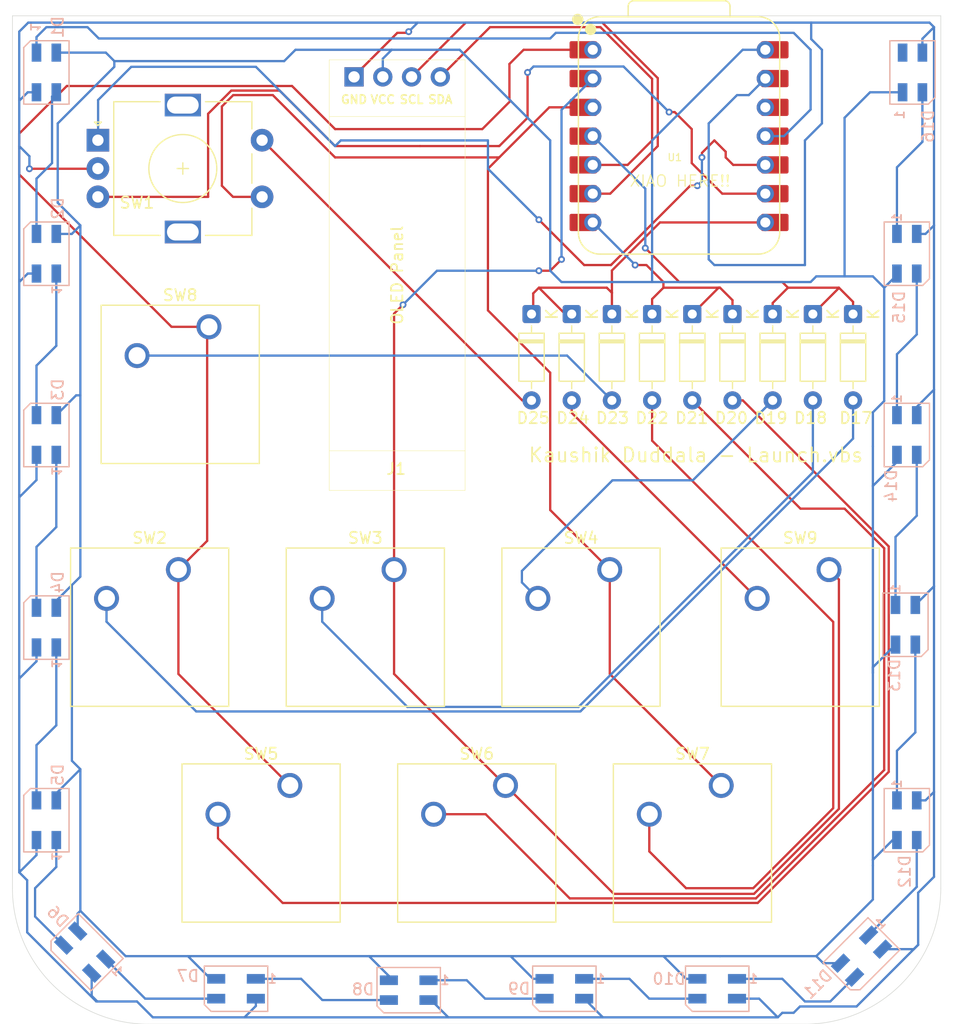
<source format=kicad_pcb>
(kicad_pcb (version 20241229) (generator "pcbnew") (generator_version "9.0")
  (layers (0 "F.Cu" signal) (2 "B.Cu" signal) (13 "F.Paste" user) (15 "B.Paste" user) (5 "F.SilkS" user "F.Silkscreen") (7 "B.SilkS" user "B.Silkscreen") (1 "F.Mask" user) (3 "B.Mask" user) (25 "Edge.Cuts" user))
  (net 0 "")
  (net 1 "+5V")
  (net 2 "Net-(D1-DOUT)")
  (net 3 "Net-(D1-DIN)")
  (net 4 "GND")
  (net 5 "Net-(D2-DOUT)")
  (net 6 "Net-(D3-DOUT)")
  (net 7 "Net-(D4-DOUT)")
  (net 8 "Net-(D5-DOUT)")
  (net 9 "Net-(D6-DOUT)")
  (net 10 "Net-(D7-DOUT)")
  (net 11 "Net-(D10-DOUT)")
  (net 12 "Net-(D10-DIN)")
  (net 13 "Net-(D17-K)")
  (net 14 "Net-(D17-A)")
  (net 15 "Net-(D18-A)")
  (net 16 "Net-(D19-A)")
  (net 17 "Net-(D20-K)")
  (net 18 "Net-(D20-A)")
  (net 19 "Net-(D21-A)")
  (net 20 "Net-(D22-A)")
  (net 21 "Net-(D23-K)")
  (net 22 "Net-(D23-A)")
  (net 23 "Net-(D24-A)")
  (net 24 "Net-(D25-A)")
  (net 25 "Net-(J1-Pin_3)")
  (net 26 "Net-(J1-Pin_4)")
  (net 27 "Net-(U1-GPIO4{slash}MISO)")
  (net 28 "Net-(U1-GPIO2{slash}SCK)")
  (net 29 "Net-(U1-GPIO28{slash}ADC2{slash}A2)")
  (net 30 "Net-(U1-GPIO26{slash}ADC0{slash}A0)")
  (net 31 "Net-(U1-GPIO27{slash}ADC1{slash}A1)")
  (net 33 "Net-(D8-DOUT)")
  (net 34 "Net-(D11-DOUT)")
  (net 35 "Net-(D12-DOUT)")
  (net 36 "Net-(D13-DOUT)")
  (net 37 "Net-(D14-DOUT)")
  (net 38 "Net-(D15-DOUT)")
  (footprint "Diode_THT:D_DO-35_SOD27_P7.62mm_Horizontal" (layer "F.Cu") (at 115.5 53.3275 -90)
    (property "Reference" "D22")
    (property "Value" "1N4148")
  )
  (footprint "Diode_THT:D_DO-35_SOD27_P7.62mm_Horizontal" (layer "F.Cu") (at 133.25 53.3275 -90)
    (property "Reference" "D17")
    (property "Value" "1N4148")
  )
  (footprint "Button_Switch_Keyboard:SW_Cherry_MX_1.00u_PCB" (layer "F.Cu") (at 92.71 75.8825)
    (property "Reference" "SW3")
    (property "Value" "SW_Push")
  )
  (footprint "Button_Switch_Keyboard:SW_Cherry_MX_1.00u_PCB" (layer "F.Cu") (at 131.1275 75.8825)
    (property "Reference" "SW9")
    (property "Value" "SW_Push")
  )
  (footprint "Rotary_Encoder:RotaryEncoder_Alps_EC11E-Switch_Vertical_H20mm" (layer "F.Cu") (at 66.55 37.981)
    (property "Reference" "SW1")
    (property "Value" "RotaryEncoder_Switch")
  )
  (footprint "Button_Switch_Keyboard:SW_Cherry_MX_1.00u_PCB" (layer "F.Cu") (at 111.76 75.8825)
    (property "Reference" "SW4")
    (property "Value" "SW_Push")
  )
  (footprint "Diode_THT:D_DO-35_SOD27_P7.62mm_Horizontal" (layer "F.Cu") (at 129.7 53.3275 -90)
    (property "Reference" "D18")
    (property "Value" "1N4148")
  )
  (footprint "KiCad-SSD1306-0.91-OLED-4pin-128x32.pretty-master:SSD1306-0.91-OLED-4pin-128x32" (layer "F.Cu") (at 86.98375 68.89125 90)
    (property "Reference" "J1")
    (property "Value" "Conn_01x04")
  )
  (footprint "Button_Switch_Keyboard:SW_Cherry_MX_1.00u_PCB" (layer "F.Cu") (at 102.5525 94.9325)
    (property "Reference" "SW6")
    (property "Value" "SW_Push")
  )
  (footprint "OPL:XIAO-RP2040-DIP" (layer "F.Cu") (at 117.88 37.62)
    (property "Reference" "U1")
    (property "Value" "XIAO-RP2040-DIP")
  )
  (footprint "Button_Switch_Keyboard:SW_Cherry_MX_1.00u_PCB" (layer "F.Cu") (at 76.35875 54.45125)
    (property "Reference" "SW8")
    (property "Value" "SW_Push")
  )
  (footprint "Diode_THT:D_DO-35_SOD27_P7.62mm_Horizontal" (layer "F.Cu") (at 108.4 53.3275 -90)
    (property "Reference" "D24")
    (property "Value" "1N4148")
  )
  (footprint "Button_Switch_Keyboard:SW_Cherry_MX_1.00u_PCB" (layer "F.Cu") (at 83.5025 94.9325)
    (property "Reference" "SW5")
    (property "Value" "SW_Push")
  )
  (footprint "Diode_THT:D_DO-35_SOD27_P7.62mm_Horizontal" (layer "F.Cu") (at 126.15 53.3275 -90)
    (property "Reference" "D19")
    (property "Value" "1N4148")
  )
  (footprint "Diode_THT:D_DO-35_SOD27_P7.62mm_Horizontal" (layer "F.Cu") (at 122.6 53.3275 -90)
    (property "Reference" "D20")
    (property "Value" "1N4148")
  )
  (footprint "Button_Switch_Keyboard:SW_Cherry_MX_1.00u_PCB" (layer "F.Cu") (at 121.6025 94.9325)
    (property "Reference" "SW7")
    (property "Value" "SW_Push")
  )
  (footprint "Diode_THT:D_DO-35_SOD27_P7.62mm_Horizontal" (layer "F.Cu") (at 111.95 53.3275 -90)
    (property "Reference" "D23")
    (property "Value" "1N4148")
  )
  (footprint "Diode_THT:D_DO-35_SOD27_P7.62mm_Horizontal" (layer "F.Cu") (at 104.85 53.3275 -90)
    (property "Reference" "D25")
    (property "Value" "1N4148")
  )
  (footprint "Diode_THT:D_DO-35_SOD27_P7.62mm_Horizontal" (layer "F.Cu") (at 119.05 53.3275 -90)
    (property "Reference" "D21")
    (property "Value" "1N4148")
  )
  (footprint "Button_Switch_Keyboard:SW_Cherry_MX_1.00u_PCB" (layer "F.Cu") (at 73.66 75.8825)
    (property "Reference" "SW2")
    (property "Value" "SW_Push")
  )
  (footprint "LED_SMD:LED_SK6812MINI_PLCC4_3.5x3.5mm_P1.75mm" (layer "B.Cu") (at 107.75 112.875 180)
    (property "Reference" "D9")
    (property "Value" "SK6812MINI")
  )
  (footprint "LED_SMD:LED_SK6812MINI_PLCC4_3.5x3.5mm_P1.75mm" (layer "B.Cu") (at 62 81 90)
    (property "Reference" "D4")
    (property "Value" "SK6812MINI")
  )
  (footprint "LED_SMD:LED_SK6812MINI_PLCC4_3.5x3.5mm_P1.75mm" (layer "B.Cu") (at 138 48 -90)
    (property "Reference" "D15")
    (property "Value" "SK6812MINI")
  )
  (footprint "LED_SMD:LED_SK6812MINI_PLCC4_3.5x3.5mm_P1.75mm" (layer "B.Cu") (at 78.75 112.875 180)
    (property "Reference" "D7")
    (property "Value" "SK6812MINI")
  )
  (footprint "LED_SMD:LED_SK6812MINI_PLCC4_3.5x3.5mm_P1.75mm" (layer "B.Cu") (at 138 98 -90)
    (property "Reference" "D12")
    (property "Value" "SK6812MINI")
  )
  (footprint "LED_SMD:LED_SK6812MINI_PLCC4_3.5x3.5mm_P1.75mm" (layer "B.Cu") (at 62 48 90)
    (property "Reference" "D2")
    (property "Value" "SK6812MINI")
  )
  (footprint "LED_SMD:LED_SK6812MINI_PLCC4_3.5x3.5mm_P1.75mm" (layer "B.Cu") (at 138 64 -90)
    (property "Reference" "D14")
    (property "Value" "SK6812MINI")
  )
  (footprint "LED_SMD:LED_SK6812MINI_PLCC4_3.5x3.5mm_P1.75mm" (layer "B.Cu") (at 62 64 90)
    (property "Reference" "D3")
    (property "Value" "SK6812MINI")
  )
  (footprint "LED_SMD:LED_SK6812MINI_PLCC4_3.5x3.5mm_P1.75mm" (layer "B.Cu") (at 137.875 80.75 -90)
    (property "Reference" "D13")
    (property "Value" "SK6812MINI")
  )
  (footprint "LED_SMD:LED_SK6812MINI_PLCC4_3.5x3.5mm_P1.75mm" (layer "B.Cu") (at 94 113 180)
    (property "Reference" "D8")
    (property "Value" "SK6812MINI")
  )
  (footprint "LED_SMD:LED_SK6812MINI_PLCC4_3.5x3.5mm_P1.75mm" (layer "B.Cu") (at 65.381282 109.643845 135)
    (property "Reference" "D6")
    (property "Value" "SK6812MINI")
  )
  (footprint "LED_SMD:LED_SK6812MINI_PLCC4_3.5x3.5mm_P1.75mm" (layer "B.Cu") (at 134 110 -135)
    (property "Reference" "D11")
    (property "Value" "SK6812MINI")
  )
  (footprint "LED_SMD:LED_SK6812MINI_PLCC4_3.5x3.5mm_P1.75mm" (layer "B.Cu") (at 121.25 112.875 180)
    (property "Reference" "D10")
    (property "Value" "SK6812MINI")
  )
  (footprint "LED_SMD:LED_SK6812MINI_PLCC4_3.5x3.5mm_P1.75mm" (layer "B.Cu") (at 62 32 90)
    (property "Reference" "D1")
    (property "Value" "SK6812MINI")
  )
  (footprint "LED_SMD:LED_SK6812MINI_PLCC4_3.5x3.5mm_P1.75mm" (layer "B.Cu") (at 62 98 90)
    (property "Reference" "D5")
    (property "Value" "SK6812MINI")
  )
  (footprint "LED_SMD:LED_SK6812MINI_PLCC4_3.5x3.5mm_P1.75mm" (layer "B.Cu") (at 138.5 32 -90)
    (property "Reference" "D16")
    (property "Value" "SK6812MINI")
  )
  (gr_line (start 141 27) (end 141 104) (stroke (width 0.05)) (layer "Edge.Cuts"))
  (gr_line (start 59 27) (end 141 27) (stroke (width 0.05)) (layer "Edge.Cuts"))
  (gr_line (start 129 116) (end 71 116) (stroke (width 0.05)) (layer "Edge.Cuts"))
  (gr_arc (start 71 116) (mid 62.514719 112.485281) (end 59 104) (stroke (width 0.05)) (layer "Edge.Cuts"))
  (gr_arc (start 141 104) (mid 137.485281 112.485281) (end 129 116) (stroke (width 0.05)) (layer "Edge.Cuts"))
  (gr_line (start 59 27) (end 59 104) (stroke (width 0.05)) (layer "Edge.Cuts"))
  (gr_text "XIAO HERE!!" (at 113.44375 42.16875 0) (layer "F.SilkS") (effects (font (size 1 1) (thickness 0.1)) (justify left bottom)))
  (gr_text "Kaushik Duddala - Launch.vbs" (at 104.5 66.5 0) (layer "F.SilkS") (effects (font (size 1.25 1.25) (thickness 0.15625)) (justify left bottom)))
  (segment (start 136.75 99.75) (end 135 101.5) (width 0.2) (layer "B.Cu") (net 1))
  (segment (start 62.875 96.25) (end 62.875 95.625) (width 0.2) (layer "B.Cu") (net 1))
  (segment (start 132.143845 110.618718) (end 130.618718 110.618718) (width 0.2) (layer "B.Cu") (net 1))
  (segment (start 90.5 110) (end 74.5 110) (width 0.2) (layer "B.Cu") (net 1))
  (segment (start 118.5 112) (end 116.5 110) (width 0.2) (layer "B.Cu") (net 1))
  (segment (start 137.125 49.875) (end 136 51) (width 0.2) (layer "B.Cu") (net 1))
  (segment (start 132.5 50) (end 132.5 36) (width 0.2) (layer "B.Cu") (net 1))
  (segment (start 65 45.5) (end 63 43.5) (width 0.2) (layer "B.Cu") (net 1))
  (segment (start 115.5 50.5) (end 115.5 38) (width 0.2) (layer "B.Cu") (net 1))
  (segment (start 65 93.5) (end 64.25 92.75) (width 0.2) (layer "B.Cu") (net 1))
  (segment (start 136 51) (end 136 61) (width 0.2) (layer "B.Cu") (net 1))
  (segment (start 116.5 110) (end 103.5 110) (width 0.2) (layer "B.Cu") (net 1))
  (segment (start 76.5 112) (end 74.5 110) (width 0.2) (layer "B.Cu") (net 1))
  (segment (start 137.125 65.75) (end 137.125 66.375) (width 0.2) (layer "B.Cu") (net 1))
  (segment (start 65 76.5) (end 65 60.5) (width 0.2) (layer "B.Cu") (net 1))
  (segment (start 135 85) (end 135 101.5) (width 0.2) (layer "B.Cu") (net 1))
  (segment (start 103.5 110) (end 103 110) (width 0.2) (layer "B.Cu") (net 1))
  (segment (start 92.5 30) (end 98.5 30) (width 0.2) (layer "B.Cu") (net 1))
  (segment (start 91.71375 32.39125) (end 91.89125 32.39125) (width 0.2) (layer "B.Cu") (net 1))
  (segment (start 64.762564 106.237436) (end 65 106) (width 0.2) (layer "B.Cu") (net 1))
  (segment (start 64.625 60.5) (end 65 60.5) (width 0.2) (layer "B.Cu") (net 1))
  (segment (start 135 68.5) (end 135 85) (width 0.2) (layer "B.Cu") (net 1))
  (segment (start 64.25 77.25) (end 65 76.5) (width 0.2) (layer "B.Cu") (net 1))
  (segment (start 62.875 62.25) (end 64.625 60.5) (width 0.2) (layer "B.Cu") (net 1))
  (segment (start 107.5 50.5) (end 115.5 50.5) (width 0.2) (layer "B.Cu") (net 1))
  (segment (start 137 82.5) (end 137 83) (width 0.2) (layer "B.Cu") (net 1))
  (segment (start 62.875 78.625) (end 64.25 77.25) (width 0.2) (layer "B.Cu") (net 1))
  (segment (start 67.25 30.25) (end 62.875 30.25) (width 0.2) (layer "B.Cu") (net 1))
  (segment (start 132.5 36) (end 134.75 33.75) (width 0.2) (layer "B.Cu") (net 1))
  (segment (start 68 31) (end 83 31) (width 0.2) (layer "B.Cu") (net 1))
  (segment (start 65 106) (end 65 93.5) (width 0.2) (layer "B.Cu") (net 1))
  (segment (start 137.125 99.75) (end 136.75 99.75) (width 0.2) (layer "B.Cu") (net 1))
  (segment (start 74.5 110) (end 69 110) (width 0.2) (layer "B.Cu") (net 1))
  (segment (start 83 31) (end 84 30) (width 0.2) (layer "B.Cu") (net 1))
  (segment (start 65 60.5) (end 65 45.5) (width 0.2) (layer "B.Cu") (net 1))
  (segment (start 63 36.5) (end 68 31.5) (width 0.2) (layer "B.Cu") (net 1))
  (segment (start 106 112) (end 105 112) (width 0.2) (layer "B.Cu") (net 1))
  (segment (start 115.5 38) (end 123.5 30) (width 0.2) (layer "B.Cu") (net 1))
  (segment (start 77 112) (end 76.5 112) (width 0.2) (layer "B.Cu") (net 1))
  (segment (start 136 61) (end 135 62) (width 0.2) (layer "B.Cu") (net 1))
  (segment (start 130.618718 110.618718) (end 130 110) (width 0.2) (layer "B.Cu") (net 1))
  (segment (start 91.71375 32.39125) (end 91.71375 30.78625) (width 0.2) (layer "B.Cu") (net 1))
  (segment (start 92.250001 111.750001) (end 90.5 110) (width 0.2) (layer "B.Cu") (net 1))
  (segment (start 69 110) (end 65 106) (width 0.2) (layer "B.Cu") (net 1))
  (segment (start 127 50.5) (end 129.5 50.5) (width 0.2) (layer "B.Cu") (net 1))
  (segment (start 64.25 46.25) (end 65 45.5) (width 0.2) (layer "B.Cu") (net 1))
  (segment (start 62.875 46.25) (end 64.25 46.25) (width 0.2) (layer "B.Cu") (net 1))
  (segment (start 92.250001 112.125) (end 92.250001 111.750001) (width 0.2) (layer "B.Cu") (net 1))
  (segment (start 135 84.5) (end 135 85) (width 0.2) (layer "B.Cu") (net 1))
  (segment (start 68 31) (end 67.25 30.25) (width 0.2) (layer "B.Cu") (net 1))
  (segment (start 137.125 99.75) (end 137.125 99.875) (width 0.2) (layer "B.Cu") (net 1))
  (segment (start 64.762564 107.78769) (end 64.762564 106.237436) (width 0.2) (layer "B.Cu") (net 1))
  (segment (start 135 101.5) (end 135 102) (width 0.2) (layer "B.Cu") (net 1))
  (segment (start 137.125 66.375) (end 135 68.5) (width 0.2) (layer "B.Cu") (net 1))
  (segment (start 130 50) (end 132.5 50) (width 0.2) (layer "B.Cu") (net 1))
  (segment (start 91.71375 30.78625) (end 92.5 30) (width 0.2) (layer "B.Cu") (net 1))
  (segment (start 135 62) (end 135 65) (width 0.2) (layer "B.Cu") (net 1))
  (segment (start 98.5 30) (end 106.5 38) (width 0.2) (layer "B.Cu") (net 1))
  (segment (start 62.875 95.625) (end 65 93.5) (width 0.2) (layer "B.Cu") (net 1))
  (segment (start 105 112) (end 103 110) (width 0.2) (layer "B.Cu") (net 1))
  (segment (start 130 110) (end 121.5 110) (width 0.2) (layer "B.Cu") (net 1))
  (segment (start 84 30) (end 92.5 30) (width 0.2) (layer "B.Cu") (net 1))
  (segment (start 134.75 33.75) (end 137.625 33.75) (width 0.2) (layer "B.Cu") (net 1))
  (segment (start 62.875 79.25) (end 62.875 78.625) (width 0.2) (layer "B.Cu") (net 1))
  (segment (start 135 50) (end 136 51) (width 0.2) (layer "B.Cu") (net 1))
  (segment (start 63 43.5) (end 63 36.5) (width 0.2) (layer "B.Cu") (net 1))
  (segment (start 132.5 50) (end 135 50) (width 0.2) (layer "B.Cu") (net 1))
  (segment (start 115.5 50.5) (end 127 50.5) (width 0.2) (layer "B.Cu") (net 1))
  (segment (start 135 102) (end 135 105) (width 0.2) (layer "B.Cu") (net 1))
  (segment (start 91.89125 32.39125) (end 92 32.5) (width 0.2) (layer "B.Cu") (net 1))
  (segment (start 103 110) (end 90.5 110) (width 0.2) (layer "B.Cu") (net 1))
  (segment (start 123.5 30) (end 125.5 30) (width 0.2) (layer "B.Cu") (net 1))
  (segment (start 121.5 110) (end 116.5 110) (width 0.2) (layer "B.Cu") (net 1))
  (segment (start 64.25 92.75) (end 64.25 77.25) (width 0.2) (layer "B.Cu") (net 1))
  (segment (start 137 82.5) (end 135 84.5) (width 0.2) (layer "B.Cu") (net 1))
  (segment (start 129.5 50.5) (end 130 50) (width 0.2) (layer "B.Cu") (net 1))
  (segment (start 119.5 112) (end 118.5 112) (width 0.2) (layer "B.Cu") (net 1))
  (segment (start 68 31.5) (end 68 31) (width 0.2) (layer "B.Cu") (net 1))
  (segment (start 135 65) (end 135 68.5) (width 0.2) (layer "B.Cu") (net 1))
  (segment (start 106.5 38) (end 106.5 49.5) (width 0.2) (layer "B.Cu") (net 1))
  (segment (start 137.125 49.75) (end 137.125 49.875) (width 0.2) (layer "B.Cu") (net 1))
  (segment (start 106.5 49.5) (end 107.5 50.5) (width 0.2) (layer "B.Cu") (net 1))
  (segment (start 135 105) (end 130 110) (width 0.2) (layer "B.Cu") (net 1))
  (segment (start 62.875 33.75) (end 62.5 34.125) (width 0.2) (layer "B.Cu") (net 2))
  (segment (start 62.5 34.125) (end 62.5 40) (width 0.2) (layer "B.Cu") (net 2))
  (segment (start 62.5 40) (end 61.125 41.375) (width 0.2) (layer "B.Cu") (net 2))
  (segment (start 61.125 41.375) (end 61.125 46.25) (width 0.2) (layer "B.Cu") (net 2))
  (segment (start 62 28.002) (end 65.627 28.002) (width 0.2) (layer "B.Cu") (net 3))
  (segment (start 61.125 30.25) (end 61.125 28.877) (width 0.2) (layer "B.Cu") (net 3))
  (segment (start 106.501 29.001) (end 107.002 28.5) (width 0.2) (layer "B.Cu") (net 3))
  (segment (start 107.002 28.5) (end 128 28.5) (width 0.2) (layer "B.Cu") (net 3))
  (segment (start 61.125 28.877) (end 62 28.002) (width 0.2) (layer "B.Cu") (net 3))
  (segment (start 127.1525 37.62) (end 125.5 37.62) (width 0.2) (layer "B.Cu") (net 3))
  (segment (start 65.627 28.002) (end 66.626 29.001) (width 0.2) (layer "B.Cu") (net 3))
  (segment (start 66.626 29.001) (end 106.501 29.001) (width 0.2) (layer "B.Cu") (net 3))
  (segment (start 129.5 30) (end 129.5 35.2725) (width 0.2) (layer "B.Cu") (net 3))
  (segment (start 129.5 35.2725) (end 127.1525 37.62) (width 0.2) (layer "B.Cu") (net 3))
  (segment (start 128 28.5) (end 129.5 30) (width 0.2) (layer "B.Cu") (net 3))
  (segment (start 93.9 28.5) (end 94 28.4) (width 0.2) (layer "F.Cu") (net 4))
  (segment (start 66.55 40.5) (end 60.5 40.5) (width 0.2) (layer "F.Cu") (net 4))
  (segment (start 89.17375 32.32625) (end 93 28.5) (width 0.2) (layer "F.Cu") (net 4))
  (segment (start 93 28.5) (end 93.9 28.5) (width 0.2) (layer "F.Cu") (net 4))
  (segment (start 66.56875 40.48125) (end 66.55 40.5) (width 0.2) (layer "F.Cu") (net 4))
  (segment (start 89.17375 32.39125) (end 89.17375 32.32625) (width 0.2) (layer "F.Cu") (net 4))
  (via (at 94 28.4) (size 0.6) (drill 0.3) (layers "F.Cu" "B.Cu") (net 4))
  (via (at 60.5 40.5) (size 0.6) (drill 0.3) (layers "F.Cu" "B.Cu") (net 4))
  (segment (start 61.125 67.976) (end 59.601 69.5) (width 0.2) (layer "B.Cu") (net 4))
  (segment (start 140.399 45.5) (end 140.399 60) (width 0.2) (layer "B.Cu") (net 4))
  (segment (start 120.5 48.5) (end 120.5 36.5) (width 0.2) (layer "B.Cu") (net 4))
  (segment (start 59.601 34.5) (end 59.601 28.399) (width 0.2) (layer "B.Cu") (net 4))
  (segment (start 138.875 96.25) (end 139.649 96.25) (width 0.2) (layer "B.Cu") (net 4))
  (segment (start 139.375 29.024) (end 140.399 28) (width 0.2) (layer "B.Cu") (net 4))
  (segment (start 140.399 60) (end 140.399 77.351) (width 0.2) (layer "B.Cu") (net 4))
  (segment (start 124.04 34) (end 125.5 32.54) (width 0.2) (layer "B.Cu") (net 4))
  (segment (start 126.601 115.399) (end 111.149 115.399) (width 0.2) (layer "B.Cu") (net 4))
  (segment (start 60.301355 103.301355) (end 59.601 102.601) (width 0.2) (layer "B.Cu") (net 4))
  (segment (start 80.5 114.399) (end 79.5 115.399) (width 0.2) (layer "B.Cu") (net 4))
  (segment (start 123 34) (end 124.04 34) (width 0.2) (layer "B.Cu") (net 4))
  (segment (start 66 111.5) (end 66 113.5) (width 0.2) (layer "B.Cu") (net 4))
  (segment (start 111.149 115.399) (end 97.5 115.399) (width 0.2) (layer "B.Cu") (net 4))
  (segment (start 129 38) (end 129 49) (width 0.2) (layer "B.Cu") (net 4))
  (segment (start 124.952 113.75) (end 126.601 115.399) (width 0.2) (layer "B.Cu") (net 4))
  (segment (start 89.17375 32.39125) (end 89.10875 32.39125) (width 0.2) (layer "B.Cu") (net 4))
  (segment (start 61.125 101.077) (end 59.601 102.601) (width 0.2) (layer "B.Cu") (net 4))
  (segment (start 60.5 40.5) (end 60.5 39.399) (width 0.2) (layer "B.Cu") (net 4))
  (segment (start 60.301355 107.894551) (end 60.301355 103.301355) (width 0.2) (layer "B.Cu") (net 4))
  (segment (start 133.560137 114.439863) (end 128.560137 114.439863) (width 0.2) (layer "B.Cu") (net 4))
  (segment (start 140.399 77.351) (end 140.399 95.5) (width 0.2) (layer "B.Cu") (net 4))
  (segment (start 61.125 33.75) (end 60.351 33.75) (width 0.2) (layer "B.Cu") (net 4))
  (segment (start 97.5 115.399) (end 79.5 115.399) (width 0.2) (layer "B.Cu") (net 4))
  (segment (start 138.875 61.524) (end 140.399 60) (width 0.2) (layer "B.Cu") (net 4))
  (segment (start 120.5 36.5) (end 123 34) (width 0.2) (layer "B.Cu") (net 4))
  (segment (start 59.601 102.601) (end 59.601 85.5) (width 0.2) (layer "B.Cu") (net 4))
  (segment (start 139 109) (end 133.560137 114.439863) (width 0.2) (layer "B.Cu") (net 4))
  (segment (start 66.5 114) (end 66.406804 114) (width 0.2) (layer "B.Cu") (net 4))
  (segment (start 59.601 69.5) (end 59.601 50.5) (width 0.2) (layer "B.Cu") (net 4))
  (segment (start 139.375 30.25) (end 139.375 29.024) (width 0.2) (layer "B.Cu") (net 4))
  (segment (start 66.406804 114) (end 60.301355 107.894551) (width 0.2) (layer "B.Cu") (net 4))
  (segment (start 129 49) (end 121 49) (width 0.2) (layer "B.Cu") (net 4))
  (segment (start 70 114) (end 66.5 114) (width 0.2) (layer "B.Cu") (net 4))
  (segment (start 140.399 95.5) (end 140.399 103) (width 0.2) (layer "B.Cu") (net 4))
  (segment (start 59.601 38.5) (end 59.601 34.5) (width 0.2) (layer "B.Cu") (net 4))
  (segment (start 61.125 82.75) (end 61.125 83.976) (width 0.2) (layer "B.Cu") (net 4))
  (segment (start 94 28.4) (end 94.799 27.601) (width 0.2) (layer "B.Cu") (net 4))
  (segment (start 59.601 50.5) (end 59.601 38.5) (width 0.2) (layer "B.Cu") (net 4))
  (segment (start 138.618718 109.381282) (end 139 109) (width 0.2) (layer "B.Cu") (net 4))
  (segment (start 138.875 62.25) (end 138.875 61.524) (width 0.2) (layer "B.Cu") (net 4))
  (segment (start 128.560137 114.439863) (end 128 115) (width 0.2) (layer "B.Cu") (net 4))
  (segment (start 139 104.399) (end 139 109) (width 0.2) (layer "B.Cu") (net 4))
  (segment (start 128 115) (end 127 115) (width 0.2) (layer "B.Cu") (net 4))
  (segment (start 138.875 62.25) (end 139.149 62.25) (width 0.2) (layer "B.Cu") (net 4))
  (segment (start 94.799 27.601) (end 129.5515 27.601) (width 0.2) (layer "B.Cu") (net 4))
  (segment (start 139.649 46.25) (end 140.399 45.5) (width 0.2) (layer "B.Cu") (net 4))
  (segment (start 140.399 28) (end 140 27.601) (width 0.2) (layer "B.Cu") (net 4))
  (segment (start 127 115) (end 126.601 115.399) (width 0.2) (layer "B.Cu") (net 4))
  (segment (start 129.5515 29.0515) (end 130.5 30) (width 0.2) (layer "B.Cu") (net 4))
  (segment (start 60.399 27.601) (end 94.799 27.601) (width 0.2) (layer "B.Cu") (net 4))
  (segment (start 60.351 49.75) (end 59.601 50.5) (width 0.2) (layer "B.Cu") (net 4))
  (segment (start 140.399 103) (end 139 104.399) (width 0.2) (layer "B.Cu") (net 4))
  (segment (start 95.976 113.875) (end 97.5 115.399) (width 0.2) (layer "B.Cu") (net 4))
  (segment (start 59.601 85.5) (end 59.601 69.5) (width 0.2) (layer "B.Cu") (net 4))
  (segment (start 135.856155 109.381282) (end 138.618718 109.381282) (width 0.2) (layer "B.Cu") (net 4))
  (segment (start 80.5 113.75) (end 80.5 114.399) (width 0.2) (layer "B.Cu") (net 4))
  (segment (start 95.749999 113.875) (end 95.976 113.875) (width 0.2) (layer "B.Cu") (net 4))
  (segment (start 60.5 39.399) (end 59.601 38.5) (width 0.2) (layer "B.Cu") (net 4))
  (segment (start 138.875 46.25) (end 139.649 46.25) (width 0.2) (layer "B.Cu") (net 4))
  (segment (start 66 113.5) (end 66.5 114) (width 0.2) (layer "B.Cu") (net 4))
  (segment (start 109.5 113.75) (end 111.149 115.399) (width 0.2) (layer "B.Cu") (net 4))
  (segment (start 139.649 96.25) (end 140.399 95.5) (width 0.2) (layer "B.Cu") (net 4))
  (segment (start 60.351 33.75) (end 59.601 34.5) (width 0.2) (layer "B.Cu") (net 4))
  (segment (start 89.10875 32.39125) (end 89 32.5) (width 0.2) (layer "B.Cu") (net 4))
  (segment (start 129.5515 27.601) (end 129.5515 29.0515) (width 0.2) (layer "B.Cu") (net 4))
  (segment (start 138.75 79) (end 140.399 77.351) (width 0.2) (layer "B.Cu") (net 4))
  (segment (start 140.399 45.5) (end 140.399 28) (width 0.2) (layer "B.Cu") (net 4))
  (segment (start 61.125 83.976) (end 59.601 85.5) (width 0.2) (layer "B.Cu") (net 4))
  (segment (start 79.5 115.399) (end 71.399 115.399) (width 0.2) (layer "B.Cu") (net 4))
  (segment (start 71.399 115.399) (end 70 114) (width 0.2) (layer "B.Cu") (net 4))
  (segment (start 61.125 49.75) (end 60.351 49.75) (width 0.2) (layer "B.Cu") (net 4))
  (segment (start 61.125 99.75) (end 61.125 101.077) (width 0.2) (layer "B.Cu") (net 4))
  (segment (start 121 49) (end 120.5 48.5) (width 0.2) (layer "B.Cu") (net 4))
  (segment (start 140 27.601) (end 129.5515 27.601) (width 0.2) (layer "B.Cu") (net 4))
  (segment (start 123 113.75) (end 124.952 113.75) (width 0.2) (layer "B.Cu") (net 4))
  (segment (start 130.5 36.5) (end 129 38) (width 0.2) (layer "B.Cu") (net 4))
  (segment (start 130.5 30) (end 130.5 36.5) (width 0.2) (layer "B.Cu") (net 4))
  (segment (start 59.601 28.399) (end 60.399 27.601) (width 0.2) (layer "B.Cu") (net 4))
  (segment (start 61.125 65.75) (end 61.125 67.976) (width 0.2) (layer "B.Cu") (net 4))
  (segment (start 62.875 56.125) (end 61.125 57.875) (width 0.2) (layer "B.Cu") (net 5))
  (segment (start 62.875 49.75) (end 62.875 56.125) (width 0.2) (layer "B.Cu") (net 5))
  (segment (start 61.125 57.875) (end 61.125 62.25) (width 0.2) (layer "B.Cu") (net 5))
  (segment (start 62.875 72.125) (end 61.125 73.875) (width 0.2) (layer "B.Cu") (net 6))
  (segment (start 61.125 73.875) (end 61.125 79.25) (width 0.2) (layer "B.Cu") (net 6))
  (segment (start 62.875 65.75) (end 62.875 72.125) (width 0.2) (layer "B.Cu") (net 6))
  (segment (start 62.875 82.75) (end 62.875 89.625) (width 0.2) (layer "B.Cu") (net 7))
  (segment (start 61.125 91.375) (end 61.125 96.25) (width 0.2) (layer "B.Cu") (net 7))
  (segment (start 62.875 89.625) (end 61.125 91.375) (width 0.2) (layer "B.Cu") (net 7))
  (segment (start 62.875 102.125) (end 61 104) (width 0.2) (layer "B.Cu") (net 8))
  (segment (start 62.875 99.75) (end 62.875 102.125) (width 0.2) (layer "B.Cu") (net 8))
  (segment (start 61 104) (end 61 106.5) (width 0.2) (layer "B.Cu") (net 8))
  (segment (start 61 106.5) (end 63.525127 109.025127) (width 0.2) (layer "B.Cu") (net 8))
  (segment (start 67.237437 110.262563) (end 70.724874 113.75) (width 0.2) (layer "B.Cu") (net 9))
  (segment (start 70.724874 113.75) (end 77 113.75) (width 0.2) (layer "B.Cu") (net 9))
  (segment (start 84.5 112) (end 86.375 113.875) (width 0.2) (layer "B.Cu") (net 10))
  (segment (start 80.5 112) (end 84.5 112) (width 0.2) (layer "B.Cu") (net 10))
  (segment (start 86.375 113.875) (end 92.250001 113.875) (width 0.2) (layer "B.Cu") (net 10))
  (segment (start 127 112) (end 129 114) (width 0.2) (layer "B.Cu") (net 11))
  (segment (start 123.21231 112.21231) (end 123 112) (width 0.2) (layer "B.Cu") (net 11))
  (segment (start 131.237437 114) (end 133.381282 111.856155) (width 0.2) (layer "B.Cu") (net 11))
  (segment (start 129 114) (end 131.237437 114) (width 0.2) (layer "B.Cu") (net 11))
  (segment (start 123 112) (end 127 112) (width 0.2) (layer "B.Cu") (net 11))
  (segment (start 109.5 112) (end 113.5 112) (width 0.2) (layer "B.Cu") (net 12))
  (segment (start 113.5 112) (end 115.25 113.75) (width 0.2) (layer "B.Cu") (net 12))
  (segment (start 115.25 113.75) (end 119.5 113.75) (width 0.2) (layer "B.Cu") (net 12))
  (segment (start 126.15 53.3275) (end 126.15 52.35) (width 0.2) (layer "F.Cu") (net 13))
  (segment (start 126.15 52.35) (end 127.5 51) (width 0.2) (layer "F.Cu") (net 13))
  (segment (start 132 51.0275) (end 132 51) (width 0.2) (layer "F.Cu") (net 13))
  (segment (start 127.5 51) (end 127 50.5) (width 0.2) (layer "F.Cu") (net 13))
  (segment (start 129.7 53.3275) (end 132 51.0275) (width 0.2) (layer "F.Cu") (net 13))
  (segment (start 132 51) (end 127.5 51) (width 0.2) (layer "F.Cu") (net 13))
  (segment (start 117.9 50.5) (end 114.9 47.5) (width 0.2) (layer "F.Cu") (net 13))
  (segment (start 133.25 52.25) (end 132 51) (width 0.2) (layer "F.Cu") (net 13))
  (segment (start 127 50.5) (end 117.9 50.5) (width 0.2) (layer "F.Cu") (net 13))
  (segment (start 133.25 53.3275) (end 133.25 52.25) (width 0.2) (layer "F.Cu") (net 13))
  (via (at 114.9 47.5) (size 0.6) (drill 0.3) (layers "F.Cu" "B.Cu") (net 13))
  (segment (start 114.9 42.26) (end 110.26 37.62) (width 0.2) (layer "B.Cu") (net 13))
  (segment (start 114.9 47.5) (end 114.9 42.26) (width 0.2) (layer "B.Cu") (net 13))
  (segment (start 133.25 64.3171) (end 109.1661 88.401) (width 0.2) (layer "B.Cu") (net 14))
  (segment (start 75.233684 88.401) (end 67.31 80.477316) (width 0.2) (layer "B.Cu") (net 14))
  (segment (start 109.1661 88.401) (end 75.233684 88.401) (width 0.2) (layer "B.Cu") (net 14))
  (segment (start 67.31 80.477316) (end 67.31 78.4225) (width 0.2) (layer "B.Cu") (net 14))
  (segment (start 133.25 60.9475) (end 133.25 64.3171) (width 0.2) (layer "B.Cu") (net 14))
  (segment (start 109 88) (end 93.882684 88) (width 0.2) (layer "B.Cu") (net 15))
  (segment (start 93.882684 88) (end 86.36 80.477316) (width 0.2) (layer "B.Cu") (net 15))
  (segment (start 129.7 67.3) (end 109 88) (width 0.2) (layer "B.Cu") (net 15))
  (segment (start 129.7 60.9475) (end 129.7 67.3) (width 0.2) (layer "B.Cu") (net 15))
  (segment (start 86.36 80.477316) (end 86.36 78.4225) (width 0.2) (layer "B.Cu") (net 15))
  (segment (start 112 68) (end 104 76) (width 0.2) (layer "B.Cu") (net 16))
  (segment (start 104 77.0125) (end 105.41 78.4225) (width 0.2) (layer "B.Cu") (net 16))
  (segment (start 104 76) (end 104 77.0125) (width 0.2) (layer "B.Cu") (net 16))
  (segment (start 119.0975 68) (end 112 68) (width 0.2) (layer "B.Cu") (net 16))
  (segment (start 126.15 60.9475) (end 119.0975 68) (width 0.2) (layer "B.Cu") (net 16))
  (segment (start 121.3775 51) (end 121.5 51) (width 0.2) (layer "F.Cu") (net 17))
  (segment (start 122.6 53.3275) (end 122.6 52.1) (width 0.2) (layer "F.Cu") (net 17))
  (segment (start 122.6 52.1) (end 121.5 51) (width 0.2) (layer "F.Cu") (net 17))
  (segment (start 119.05 53.3275) (end 121.3775 51) (width 0.2) (layer "F.Cu") (net 17))
  (segment (start 116.5 50.5) (end 115 49) (width 0.2) (layer "F.Cu") (net 17))
  (segment (start 115.5 53.3275) (end 115.5 52) (width 0.2) (layer "F.Cu") (net 17))
  (segment (start 121.5 51) (end 116.5 51) (width 0.2) (layer "F.Cu") (net 17))
  (segment (start 115 49) (end 114 49) (width 0.2) (layer "F.Cu") (net 17))
  (segment (start 116.5 50.5) (end 116.5 51) (width 0.2) (layer "F.Cu") (net 17))
  (segment (start 115.5 52) (end 116.5 51) (width 0.2) (layer "F.Cu") (net 17))
  (segment (start 119.05 53.3275) (end 119.05 53.2225) (width 0.2) (layer "F.Cu") (net 17))
  (segment (start 115.5 53.3275) (end 115.5 52.5) (width 0.2) (layer "F.Cu") (net 17))
  (via (at 114 49) (size 0.6) (drill 0.3) (layers "F.Cu" "B.Cu") (net 17))
  (segment (start 114 48.98) (end 110.26 45.24) (width 0.2) (layer "B.Cu") (net 17))
  (segment (start 114 49) (end 114 48.98) (width 0.2) (layer "B.Cu") (net 17))
  (segment (start 82.87047 105.302) (end 77.1525 99.58403) (width 0.2) (layer "F.Cu") (net 18))
  (segment (start 123.5146 60.9475) (end 136.401 73.8339) (width 0.2) (layer "F.Cu") (net 18))
  (segment (start 122.6 60.9475) (end 123.5146 60.9475) (width 0.2) (layer "F.Cu") (net 18))
  (segment (start 136.401 73.8339) (end 136.401 93.7332) (width 0.2) (layer "F.Cu") (net 18))
  (segment (start 77.1525 99.58403) (end 77.1525 97.4725) (width 0.2) (layer "F.Cu") (net 18))
  (segment (start 124.8322 105.302) (end 82.87047 105.302) (width 0.2) (layer "F.Cu") (net 18))
  (segment (start 136.401 93.7332) (end 124.8322 105.302) (width 0.2) (layer "F.Cu") (net 18))
  (segment (start 119.05 60.9475) (end 128.6025 70.5) (width 0.2) (layer "F.Cu") (net 19))
  (segment (start 136 93.5671) (end 124.6661 104.901) (width 0.2) (layer "F.Cu") (net 19))
  (segment (start 132.5 70.5) (end 136 74) (width 0.2) (layer "F.Cu") (net 19))
  (segment (start 124.6661 104.901) (end 108.225816 104.901) (width 0.2) (layer "F.Cu") (net 19))
  (segment (start 128.6025 70.5) (end 132.5 70.5) (width 0.2) (layer "F.Cu") (net 19))
  (segment (start 108.225816 104.901) (end 100.797316 97.4725) (width 0.2) (layer "F.Cu") (net 19))
  (segment (start 100.797316 97.4725) (end 96.2025 97.4725) (width 0.2) (layer "F.Cu") (net 19))
  (segment (start 136 74) (end 136 93.5671) (width 0.2) (layer "F.Cu") (net 19))
  (segment (start 115.2525 100.7525) (end 115.2525 97.4725) (width 0.2) (layer "F.Cu") (net 20))
  (segment (start 131.5 80.5) (end 131.5 96.9329) (width 0.2) (layer "F.Cu") (net 20))
  (segment (start 115.5 60.9475) (end 115.5 64.5) (width 0.2) (layer "F.Cu") (net 20))
  (segment (start 124.4329 104) (end 118.5 104) (width 0.2) (layer "F.Cu") (net 20))
  (segment (start 115.5 64.5) (end 131.5 80.5) (width 0.2) (layer "F.Cu") (net 20))
  (segment (start 131.5 96.9329) (end 124.4329 104) (width 0.2) (layer "F.Cu") (net 20))
  (segment (start 118.5 104) (end 115.2525 100.7525) (width 0.2) (layer "F.Cu") (net 20))
  (segment (start 111.95 51.45) (end 111.5 51) (width 0.2) (layer "F.Cu") (net 21))
  (segment (start 111.95 51.45) (end 111.95 49.4829) (width 0.2) (layer "F.Cu") (net 21))
  (segment (start 108.4 53.3275) (end 108.4 53.1) (width 0.2) (layer "F.Cu") (net 21))
  (segment (start 105 51.5) (end 105.5 51) (width 0.2) (layer "F.Cu") (net 21))
  (segment (start 104.85 53.15) (end 105 53) (width 0.2) (layer "F.Cu") (net 21))
  (segment (start 107.8275 53.3275) (end 105.5 51) (width 0.2) (layer "F.Cu") (net 21))
  (segment (start 108.4 53.3275) (end 107.8275 53.3275) (width 0.2) (layer "F.Cu") (net 21))
  (segment (start 104.85 53.3275) (end 104.85 53.15) (width 0.2) (layer "F.Cu") (net 21))
  (segment (start 116.1929 45.24) (end 125.5 45.24) (width 0.2) (layer "F.Cu") (net 21))
  (segment (start 105 53) (end 105 51.5) (width 0.2) (layer "F.Cu") (net 21))
  (segment (start 111.95 49.4829) (end 116.1929 45.24) (width 0.2) (layer "F.Cu") (net 21))
  (segment (start 111.5 51) (end 105.5 51) (width 0.2) (layer "F.Cu") (net 21))
  (segment (start 111.95 53.3275) (end 111.95 51.45) (width 0.2) (layer "F.Cu") (net 21))
  (segment (start 111.95 60.9475) (end 107.99375 56.99125) (width 0.2) (layer "B.Cu") (net 22))
  (segment (start 107.99375 56.99125) (end 70.00875 56.99125) (width 0.2) (layer "B.Cu") (net 22))
  (segment (start 124.7775 78.4225) (end 108.4 62.045) (width 0.2) (layer "F.Cu") (net 23))
  (segment (start 108.4 62.045) (end 108.4 60.9475) (width 0.2) (layer "F.Cu") (net 23))
  (segment (start 81.06875 37.98125) (end 104.035 60.9475) (width 0.2) (layer "F.Cu") (net 24))
  (segment (start 104.035 60.9475) (end 104.85 60.9475) (width 0.2) (layer "F.Cu") (net 24))
  (segment (start 116 38.5) (end 111.8 42.7) (width 0.2) (layer "F.Cu") (net 25))
  (segment (start 116 32.5) (end 116 38.5) (width 0.2) (layer "F.Cu") (net 25))
  (segment (start 94.25375 32.25375) (end 94 32) (width 0.2) (layer "F.Cu") (net 25))
  (segment (start 111.101 27.601) (end 116 32.5) (width 0.2) (layer "F.Cu") (net 25))
  (segment (start 111.8 42.7) (end 110.26 42.7) (width 0.2) (layer "F.Cu") (net 25))
  (segment (start 94.25375 32.39125) (end 94.25375 32.25375) (width 0.2) (layer "F.Cu") (net 25))
  (segment (start 99.044 27.601) (end 111.101 27.601) (width 0.2) (layer "F.Cu") (net 25))
  (segment (start 94.25375 32.39125) (end 99.044 27.601) (width 0.2) (layer "F.Cu") (net 25))
  (segment (start 115.5 32.5671) (end 110.9349 28.002) (width 0.2) (layer "F.Cu") (net 26))
  (segment (start 115.5 38) (end 115.5 32.5671) (width 0.2) (layer "F.Cu") (net 26))
  (segment (start 115.5 38) (end 113.34 40.16) (width 0.2) (layer "F.Cu") (net 26))
  (segment (start 110.9349 28.002) (end 101.183 28.002) (width 0.2) (layer "F.Cu") (net 26))
  (segment (start 113.34 40.16) (end 110.26 40.16) (width 0.2) (layer "F.Cu") (net 26))
  (segment (start 101.183 28.002) (end 96.79375 32.39125) (width 0.2) (layer "F.Cu") (net 26))
  (segment (start 111.9329 48.9329) (end 118.8658 42) (width 0.2) (layer "F.Cu") (net 27))
  (segment (start 105.5 45) (end 109.5 49) (width 0.2) (layer "F.Cu") (net 27))
  (segment (start 111.8658 49) (end 111.9329 48.9329) (width 0.2) (layer "F.Cu") (net 27))
  (segment (start 121 38) (end 122 39) (width 0.2) (layer "F.Cu") (net 27))
  (segment (start 122 39.5) (end 122.66 40.16) (width 0.2) (layer "F.Cu") (net 27))
  (segment (start 119.9 39.5) (end 119.9 39.1) (width 0.2) (layer "F.Cu") (net 27))
  (segment (start 118.8658 42) (end 119.5 42) (width 0.2) (layer "F.Cu") (net 27))
  (segment (start 122 39) (end 122 39.5) (width 0.2) (layer "F.Cu") (net 27))
  (segment (start 109.5 49) (end 111.8658 49) (width 0.2) (layer "F.Cu") (net 27))
  (segment (start 119.9 39.1) (end 121 38) (width 0.2) (layer "F.Cu") (net 27))
  (segment (start 122.66 40.16) (end 125.5 40.16) (width 0.2) (layer "F.Cu") (net 27))
  (via (at 119.9 39.5) (size 0.6) (drill 0.3) (layers "F.Cu" "B.Cu") (net 27))
  (via (at 105.5 45) (size 0.6) (drill 0.3) (layers "F.Cu" "B.Cu") (net 27))
  (via (at 119.5 42) (size 0.6) (drill 0.3) (layers "F.Cu" "B.Cu") (net 27))
  (segment (start 80.5 31.5) (end 69.5 31.5) (width 0.2) (layer "B.Cu") (net 27))
  (segment (start 66.56875 34.43125) (end 66.56875 37.98125) (width 0.2) (layer "B.Cu") (net 27))
  (segment (start 101 38) (end 88 38) (width 0.2) (layer "B.Cu") (net 27))
  (segment (start 119.5 42) (end 119.9 41.6) (width 0.2) (layer "B.Cu") (net 27))
  (segment (start 87.5 38.5) (end 80.5 31.5) (width 0.2) (layer "B.Cu") (net 27))
  (segment (start 69.5 31.5) (end 66.56875 34.43125) (width 0.2) (layer "B.Cu") (net 27))
  (segment (start 101 40.5) (end 105.5 45) (width 0.2) (layer "B.Cu") (net 27))
  (segment (start 88 38) (end 87.5 38.5) (width 0.2) (layer "B.Cu") (net 27))
  (segment (start 101 38) (end 101 40.5) (width 0.2) (layer "B.Cu") (net 27))
  (segment (start 119.9 41.6) (end 119.9 39.5) (width 0.2) (layer "B.Cu") (net 27))
  (segment (start 76.28385 35.64905) (end 78.3339 33.599) (width 0.2) (layer "F.Cu") (net 28))
  (segment (start 95 38.5) (end 101.9329 38.5) (width 0.2) (layer "F.Cu") (net 28))
  (segment (start 119 37) (end 119 40) (width 0.2) (layer "F.Cu") (net 28))
  (segment (start 101.9329 38.5) (end 102 38.5) (width 0.2) (layer "F.Cu") (net 28))
  (segment (start 119 40) (end 121.7 42.7) (width 0.2) (layer "F.Cu") (net 28))
  (segment (start 117.5 35.5) (end 119 37) (width 0.2) (layer "F.Cu") (net 28))
  (segment (start 117 35.5) (end 117.5 35.5) (width 0.2) (layer "F.Cu") (net 28))
  (segment (start 121.7 42.7) (end 125.5 42.7) (width 0.2) (layer "F.Cu") (net 28))
  (segment (start 78.3339 33.599) (end 82.599 33.599) (width 0.2) (layer "F.Cu") (net 28))
  (segment (start 82.599 33.599) (end 87.5 38.5) (width 0.2) (layer "F.Cu") (net 28))
  (segment (start 76.28385 42.98125) (end 76.28385 35.64905) (width 0.2) (layer "F.Cu") (net 28))
  (segment (start 66.56875 42.98125) (end 76.28385 42.98125) (width 0.2) (layer "F.Cu") (net 28))
  (segment (start 102 38.5) (end 104.5 36) (width 0.2) (layer "F.Cu") (net 28))
  (segment (start 87.5 38.5) (end 95 38.5) (width 0.2) (layer "F.Cu") (net 28))
  (segment (start 104.5 36) (end 104.5 32) (width 0.2) (layer "F.Cu") (net 28))
  (via (at 104.5 32) (size 0.6) (drill 0.3) (layers "F.Cu" "B.Cu") (net 28))
  (via (at 117 35.5) (size 0.6) (drill 0.3) (layers "F.Cu" "B.Cu") (net 28))
  (segment (start 117.15147 35.5) (end 117 35.5) (width 0.2) (layer "B.Cu") (net 28))
  (segment (start 104.5 32) (end 105.023 31.477) (width 0.2) (layer "B.Cu") (net 28))
  (segment (start 112.977 31.477) (end 117 35.5) (width 0.2) (layer "B.Cu") (net 28))
  (segment (start 105.023 31.477) (end 112.977 31.477) (width 0.2) (layer "B.Cu") (net 28))
  (segment (start 81.06875 42.98125) (end 78.48125 42.98125) (width 0.2) (layer "F.Cu") (net 29))
  (segment (start 102 39.5) (end 106.42 35.08) (width 0.2) (layer "F.Cu") (net 29))
  (segment (start 111.76 75.8825) (end 106.5 70.6225) (width 0.2) (layer "F.Cu") (net 29))
  (segment (start 106.5 58.5) (end 101 53) (width 0.2) (layer "F.Cu") (net 29))
  (segment (start 87.5 39.5) (end 102 39.5) (width 0.2) (layer "F.Cu") (net 29))
  (segment (start 77.5 42) (end 77.5 35) (width 0.2) (layer "F.Cu") (net 29))
  (segment (start 111.76 75.8825) (end 111.76 85.09) (width 0.2) (layer "F.Cu") (net 29))
  (segment (start 106.42 35.08) (end 110.26 35.08) (width 0.2) (layer "F.Cu") (net 29))
  (segment (start 106.5 70.6225) (end 106.5 58.5) (width 0.2) (layer "F.Cu") (net 29))
  (segment (start 78.5 34) (end 82 34) (width 0.2) (layer "F.Cu") (net 29))
  (segment (start 111.76 85.09) (end 121.6025 94.9325) (width 0.2) (layer "F.Cu") (net 29))
  (segment (start 82 34) (end 87.5 39.5) (width 0.2) (layer "F.Cu") (net 29))
  (segment (start 78.48125 42.98125) (end 77.5 42) (width 0.2) (layer "F.Cu") (net 29))
  (segment (start 101 40.5) (end 102 39.5) (width 0.2) (layer "F.Cu") (net 29))
  (segment (start 77.5 35) (end 78.5 34) (width 0.2) (layer "F.Cu") (net 29))
  (segment (start 101 53) (end 101 40.5) (width 0.2) (layer "F.Cu") (net 29))
  (segment (start 59.601 37.399) (end 63.802 33.198) (width 0.2) (layer "F.Cu") (net 30))
  (segment (start 76.35875 54.45125) (end 73.05225 54.45125) (width 0.2) (layer "F.Cu") (net 30))
  (segment (start 76.2 73.3425) (end 73.66 75.8825) (width 0.2) (layer "F.Cu") (net 30))
  (segment (start 102.899 34.399) (end 102.899 31.251057) (width 0.2) (layer "F.Cu") (net 30))
  (segment (start 100.5 37) (end 103 34.5) (width 0.2) (layer "F.Cu") (net 30))
  (segment (start 73.66 85.09) (end 83.5025 94.9325) (width 0.2) (layer "F.Cu") (net 30))
  (segment (start 104.150057 30) (end 110.26 30) (width 0.2) (layer "F.Cu") (net 30))
  (segment (start 59.601 41) (end 59.601 37.399) (width 0.2) (layer "F.Cu") (net 30))
  (segment (start 73.05225 54.45125) (end 59.601 41) (width 0.2) (layer "F.Cu") (net 30))
  (segment (start 76.2 54.76875) (end 76.2 73.3425) (width 0.2) (layer "F.Cu") (net 30))
  (segment (start 73.66 75.8825) (end 73.66 85.09) (width 0.2) (layer "F.Cu") (net 30))
  (segment (start 76.35875 54.61) (end 76.2 54.76875) (width 0.2) (layer "F.Cu") (net 30))
  (segment (start 63.802 33.198) (end 83.698 33.198) (width 0.2) (layer "F.Cu") (net 30))
  (segment (start 87.5 37) (end 100.5 37) (width 0.2) (layer "F.Cu") (net 30))
  (segment (start 83.698 33.198) (end 87.5 37) (width 0.2) (layer "F.Cu") (net 30))
  (segment (start 103 34.5) (end 102.899 34.399) (width 0.2) (layer "F.Cu") (net 30))
  (segment (start 76.35875 54.45125) (end 76.35875 54.61) (width 0.2) (layer "F.Cu") (net 30))
  (segment (start 102.899 31.251057) (end 104.150057 30) (width 0.2) (layer "F.Cu") (net 30))
  (segment (start 92.71 75.8825) (end 92.71 85.09) (width 0.2) (layer "F.Cu") (net 31))
  (segment (start 124.5 104.5) (end 132 97) (width 0.2) (layer "F.Cu") (net 31))
  (segment (start 106.5 49.5) (end 107.5 48.5) (width 0.2) (layer "F.Cu") (net 31))
  (segment (start 92.71 53.29) (end 93.5 52.5) (width 0.2) (layer "F.Cu") (net 31))
  (segment (start 102.5525 94.9325) (end 112.12 104.5) (width 0.2) (layer "F.Cu") (net 31))
  (segment (start 132 97) (end 132 76.755) (width 0.2) (layer "F.Cu") (net 31))
  (segment (start 132 76.755) (end 131.1275 75.8825) (width 0.2) (layer "F.Cu") (net 31))
  (segment (start 92.71 85.09) (end 102.5525 94.9325) (width 0.2) (layer "F.Cu") (net 31))
  (segment (start 112.12 104.5) (end 124.5 104.5) (width 0.2) (layer "F.Cu") (net 31))
  (segment (start 92.71 75.8825) (end 92.71 53.29) (width 0.2) (layer "F.Cu") (net 31))
  (segment (start 105.5 49.5) (end 106.5 49.5) (width 0.2) (layer "F.Cu") (net 31))
  (via (at 107.5 48.5) (size 0.6) (drill 0.3) (layers "F.Cu" "B.Cu") (net 31))
  (via (at 93.5 52.5) (size 0.6) (drill 0.3) (layers "F.Cu" "B.Cu") (net 31))
  (via (at 105.5 49.5) (size 0.6) (drill 0.3) (layers "F.Cu" "B.Cu") (net 31))
  (segment (start 96.5 49.5) (end 105.5 49.5) (width 0.2) (layer "B.Cu") (net 31))
  (segment (start 107.5 48.5) (end 107.5 35.3) (width 0.2) (layer "B.Cu") (net 31))
  (segment (start 107.5 35.3) (end 110.26 32.54) (width 0.2) (layer "B.Cu") (net 31))
  (segment (start 93.5 52.5) (end 96.5 49.5) (width 0.2) (layer "B.Cu") (net 31))
  (segment (start 95.749999 112.125) (end 99.125 112.125) (width 0.2) (layer "B.Cu") (net 33))
  (segment (start 99.125 112.125) (end 100.75 113.75) (width 0.2) (layer "B.Cu") (net 33))
  (segment (start 100.75 113.75) (end 106 113.75) (width 0.2) (layer "B.Cu") (net 33))
  (segment (start 134.618718 108.143845) (end 138.875 103.887563) (width 0.2) (layer "B.Cu") (net 34))
  (segment (start 138.875 103.887563) (end 138.875 99.75) (width 0.2) (layer "B.Cu") (net 34))
  (segment (start 137.125 96.25) (end 137.125 91.875) (width 0.2) (layer "B.Cu") (net 35))
  (segment (start 137.125 91.875) (end 138.75 90.25) (width 0.2) (layer "B.Cu") (net 35))
  (segment (start 138.75 90.25) (end 138.75 82.5) (width 0.2) (layer "B.Cu") (net 35))
  (segment (start 137 79) (end 137 73) (width 0.2) (layer "B.Cu") (net 36))
  (segment (start 138.875 71.125) (end 138.875 65.75) (width 0.2) (layer "B.Cu") (net 36))
  (segment (start 137 73) (end 138.875 71.125) (width 0.2) (layer "B.Cu") (net 36))
  (segment (start 137.125 62.25) (end 137.125 56.875) (width 0.2) (layer "B.Cu") (net 37))
  (segment (start 138.875 55.125) (end 138.875 49.75) (width 0.2) (layer "B.Cu") (net 37))
  (segment (start 137.125 56.875) (end 138.875 55.125) (width 0.2) (layer "B.Cu") (net 37))
  (segment (start 139.375 38.125) (end 139.375 33.75) (width 0.2) (layer "B.Cu") (net 38))
  (segment (start 137.125 46.25) (end 137.125 40.375) (width 0.2) (layer "B.Cu") (net 38))
  (segment (start 137.125 40.375) (end 139.375 38.125) (width 0.2) (layer "B.Cu") (net 38))
)
</source>
